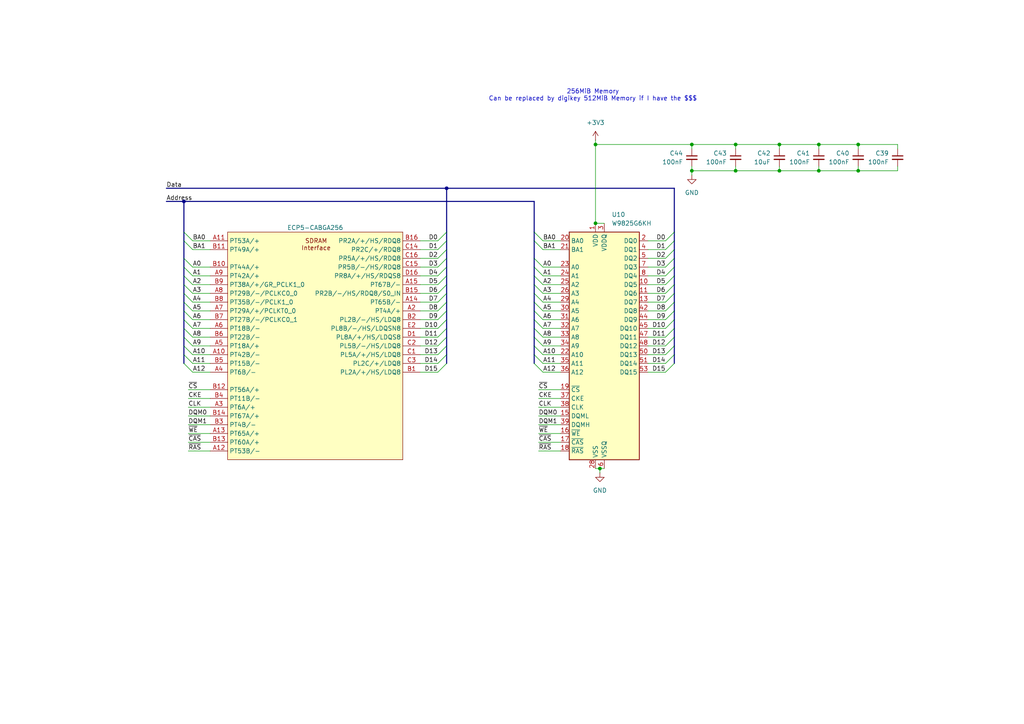
<source format=kicad_sch>
(kicad_sch (version 20250114) (generator "eeschema") (generator_version "9.0")
  (paper "A4")
  (title_block (title "Icepi zero") (date "2025-07-02") (rev "v1.2") (company "Chengyin Yao (cheyao)") (comment 1 "https://github.com/cheyao/icepi-zero") (comment 9 "OSHWA FR000026"))
  (lib_symbols
    (symbol "Device:C_Small" (pin_numbers (hide yes)) (pin_names (offset 0.254) (hide yes))
      (property "Reference" "C" (at 0.254 1.778 0))
      (property "Value" "C_Small" (at 0.254 -2.032 0))
      (symbol "C_Small_0_1"
        (polyline (pts (xy -1.524 0.508) (xy 1.524 0.508)) (stroke (width 0.3048)))
        (polyline (pts (xy -1.524 -0.508) (xy 1.524 -0.508)) (stroke (width 0.3302)))
      )
      (symbol "C_Small_1_1"
        (pin passive line (at 0 2.54 270) (length 2.032) (name "~") (number "1"))
        (pin passive line (at 0 -2.54 90) (length 2.032) (name "~") (number "2"))
      )
    )
    (symbol "Memory_RAM:MT48LC16M16A2P"
      (property "Reference" "U" (at -8.89 34.29 0))
      (property "Value" "MT48LC16M16A2P" (at 8.89 34.29 0))
      (symbol "MT48LC16M16A2P_0_1"
        (rectangle (start -10.16 33.02) (end 10.16 -33.02) (stroke (width 0.254)) (fill (type background)))
      )
      (symbol "MT48LC16M16A2P_1_1"
        (pin input line (at -12.7 30.48 0) (length 2.54) (name "BA0") (number "20"))
        (pin input line (at -12.7 27.94 0) (length 2.54) (name "BA1") (number "21"))
        (pin input line (at -12.7 22.86 0) (length 2.54) (name "A0") (number "23"))
        (pin input line (at -12.7 20.32 0) (length 2.54) (name "A1") (number "24"))
        (pin input line (at -12.7 17.78 0) (length 2.54) (name "A2") (number "25"))
        (pin input line (at -12.7 15.24 0) (length 2.54) (name "A3") (number "26"))
        (pin input line (at -12.7 12.7 0) (length 2.54) (name "A4") (number "29"))
        (pin input line (at -12.7 10.16 0) (length 2.54) (name "A5") (number "30"))
        (pin input line (at -12.7 7.62 0) (length 2.54) (name "A6") (number "31"))
        (pin input line (at -12.7 5.08 0) (length 2.54) (name "A7") (number "32"))
        (pin input line (at -12.7 2.54 0) (length 2.54) (name "A8") (number "33"))
        (pin input line (at -12.7 0 0) (length 2.54) (name "A9") (number "34"))
        (pin input line (at -12.7 -2.54 0) (length 2.54) (name "A10") (number "22"))
        (pin input line (at -12.7 -5.08 0) (length 2.54) (name "A11") (number "35"))
        (pin input line (at -12.7 -7.62 0) (length 2.54) (name "A12") (number "36"))
        (pin input line (at -12.7 -12.7 0) (length 2.54) (name "~{CS}") (number "19"))
        (pin input line (at -12.7 -15.24 0) (length 2.54) (name "CKE") (number "37"))
        (pin input line (at -12.7 -17.78 0) (length 2.54) (name "CLK") (number "38"))
        (pin input line (at -12.7 -20.32 0) (length 2.54) (name "DQML") (number "15"))
        (pin input line (at -12.7 -22.86 0) (length 2.54) (name "DQMH") (number "39"))
        (pin input line (at -12.7 -25.4 0) (length 2.54) (name "~{WE}") (number "16"))
        (pin input line (at -12.7 -27.94 0) (length 2.54) (name "~{CAS}") (number "17"))
        (pin input line (at -12.7 -30.48 0) (length 2.54) (name "~{RAS}") (number "18"))
        (pin power_in line (at -2.54 35.56 270) (length 2.54) (name "VDD") (number "1"))
        (pin passive line (at -2.54 35.56 270) (length 2.54) (hide yes) (name "VDD") (number "14"))
        (pin passive line (at -2.54 35.56 270) (length 2.54) (hide yes) (name "VDD") (number "27"))
        (pin power_in line (at -2.54 -35.56 90) (length 2.54) (name "VSS") (number "28"))
        (pin passive line (at -2.54 -35.56 90) (length 2.54) (hide yes) (name "VSS") (number "41"))
        (pin passive line (at -2.54 -35.56 90) (length 2.54) (hide yes) (name "VSS") (number "54"))
        (pin power_in line (at 0 35.56 270) (length 2.54) (name "VDDQ") (number "3"))
        (pin passive line (at 0 35.56 270) (length 2.54) (hide yes) (name "VDDQ") (number "43"))
        (pin passive line (at 0 35.56 270) (length 2.54) (hide yes) (name "VDDQ") (number "49"))
        (pin passive line (at 0 35.56 270) (length 2.54) (hide yes) (name "VDDQ") (number "9"))
        (pin passive line (at 0 -35.56 90) (length 2.54) (hide yes) (name "VSSQ") (number "12"))
        (pin passive line (at 0 -35.56 90) (length 2.54) (hide yes) (name "VSSQ") (number "46"))
        (pin passive line (at 0 -35.56 90) (length 2.54) (hide yes) (name "VSSQ") (number "52"))
        (pin power_in line (at 0 -35.56 90) (length 2.54) (name "VSSQ") (number "6"))
        (pin no_connect line (at 10.16 -20.32 180) (length 2.54) (hide yes) (name "NC") (number "40"))
        (pin bidirectional line (at 12.7 30.48 180) (length 2.54) (name "DQ0") (number "2"))
        (pin bidirectional line (at 12.7 27.94 180) (length 2.54) (name "DQ1") (number "4"))
        (pin bidirectional line (at 12.7 25.4 180) (length 2.54) (name "DQ2") (number "5"))
        (pin bidirectional line (at 12.7 22.86 180) (length 2.54) (name "DQ3") (number "7"))
        (pin bidirectional line (at 12.7 20.32 180) (length 2.54) (name "DQ4") (number "8"))
        (pin bidirectional line (at 12.7 17.78 180) (length 2.54) (name "DQ5") (number "10"))
        (pin bidirectional line (at 12.7 15.24 180) (length 2.54) (name "DQ6") (number "11"))
        (pin bidirectional line (at 12.7 12.7 180) (length 2.54) (name "DQ7") (number "13"))
        (pin bidirectional line (at 12.7 10.16 180) (length 2.54) (name "DQ8") (number "42"))
        (pin bidirectional line (at 12.7 7.62 180) (length 2.54) (name "DQ9") (number "44"))
        (pin bidirectional line (at 12.7 5.08 180) (length 2.54) (name "DQ10") (number "45"))
        (pin bidirectional line (at 12.7 2.54 180) (length 2.54) (name "DQ11") (number "47"))
        (pin bidirectional line (at 12.7 0 180) (length 2.54) (name "DQ12") (number "48"))
        (pin bidirectional line (at 12.7 -2.54 180) (length 2.54) (name "DQ13") (number "50"))
        (pin bidirectional line (at 12.7 -5.08 180) (length 2.54) (name "DQ14") (number "51"))
        (pin bidirectional line (at 12.7 -7.62 180) (length 2.54) (name "DQ15") (number "53"))
      )
    )
    (symbol "icepi-lib:LFE5U-25F-6BG256x"
      (property "Reference" "U" (at 48.768 1.016 0))
      (property "Value" "ECP5U-25F-CABGA256" (at 59.436 -1.27 0))
      (symbol "LFE5U-25F-6BG256x_1_1"
        (rectangle (start -47.625 10.16) (end 47.625 -10.16) (fill (type background)))
        (text "Power Block" (at -0.254 0 0) (effects (font (size 1.27 1.27))))
        (pin power_in line (at -45.72 15.24 270) (length 5.08) (name "VCC") (number "G6"))
        (pin power_in line (at -43.18 15.24 270) (length 5.08) (name "VCC") (number "G7"))
        (pin power_in line (at -40.64 15.24 270) (length 5.08) (name "VCC") (number "L8"))
        (pin power_in line (at -38.1 15.24 270) (length 5.08) (name "VCC") (number "L9"))
        (pin power_in line (at -35.56 15.24 270) (length 5.08) (name "VCC") (number "G9"))
        (pin power_in line (at -35.56 -15.24 90) (length 5.08) (name "GND") (number "A16"))
        (pin power_in line (at -33.02 15.24 270) (length 5.08) (name "VCC") (number "L10"))
        (pin power_in line (at -33.02 -15.24 90) (length 5.08) (name "GND") (number "H16"))
        (pin power_in line (at -30.48 -15.24 90) (length 5.08) (name "GND") (number "T16"))
        (pin power_in line (at -27.94 -15.24 90) (length 5.08) (name "GND") (number "D15"))
        (pin power_in line (at -25.4 15.24 270) (length 5.08) (name "VCCAUX") (number "L7"))
        (pin power_in line (at -25.4 -15.24 90) (length 5.08) (name "GND") (number "N15"))
        (pin power_in line (at -22.86 15.24 270) (length 5.08) (name "VCCAUX") (number "G11"))
        (pin power_in line (at -22.86 -15.24 90) (length 5.08) (name "GND") (number "T12"))
        (pin power_in line (at -20.32 -15.24 90) (length 5.08) (name "GND") (number "G10"))
        (pin power_in line (at -17.78 -15.24 90) (length 5.08) (name "GND") (number "H10"))
        (pin power_in line (at -15.24 15.24 270) (length 5.08) (name "VCCIO0") (number "F6"))
        (pin power_in line (at -15.24 -15.24 90) (length 5.08) (name "GND") (number "J10"))
        (pin power_in line (at -12.7 15.24 270) (length 5.08) (name "VCCIO0") (number "F7"))
        (pin power_in line (at -12.7 -15.24 90) (length 5.08) (name "GND") (number "K10"))
        (pin power_in line (at -10.16 -15.24 90) (length 5.08) (name "GND") (number "F9"))
        (pin power_in line (at -7.62 -15.24 90) (length 5.08) (name "GND") (number "H9"))
        (pin power_in line (at -5.08 15.24 270) (length 5.08) (name "VCCIO1") (number "F10"))
        (pin power_in line (at -5.08 -15.24 90) (length 5.08) (name "GND") (number "J9"))
        (pin power_in line (at -2.54 15.24 270) (length 5.08) (name "VCCIO1") (number "F11"))
        (pin power_in line (at -2.54 -15.24 90) (length 5.08) (name "GND") (number "K9"))
        (pin power_in line (at 0 -15.24 90) (length 5.08) (name "GND") (number "F8"))
        (pin power_in line (at 2.54 -15.24 90) (length 5.08) (name "GND") (number "G8"))
        (pin power_in line (at 5.08 15.24 270) (length 5.08) (name "VCCIO2") (number "J11"))
        (pin power_in line (at 5.08 -15.24 90) (length 5.08) (name "GND") (number "H8"))
        (pin power_in line (at 7.62 15.24 270) (length 5.08) (name "VCCIO2") (number "H11"))
        (pin power_in line (at 7.62 -15.24 90) (length 5.08) (name "GND") (number "J8"))
        (pin power_in line (at 10.16 -15.24 90) (length 5.08) (name "GND") (number "K8"))
        (pin power_in line (at 12.7 -15.24 90) (length 5.08) (name "GND") (number "K7"))
        (pin power_in line (at 15.24 15.24 270) (length 5.08) (name "VCCIO3") (number "L11"))
        (pin power_in line (at 15.24 -15.24 90) (length 5.08) (name "GND") (number "K6"))
        (pin power_in line (at 17.78 15.24 270) (length 5.08) (name "VCCIO3") (number "K11"))
        (pin power_in line (at 17.78 -15.24 90) (length 5.08) (name "GND") (number "T5"))
        (pin power_in line (at 20.32 -15.24 90) (length 5.08) (name "GND") (number "D2"))
        (pin power_in line (at 22.86 -15.24 90) (length 5.08) (name "GND") (number "N2"))
        (pin power_in line (at 25.4 15.24 270) (length 5.08) (name "VCCIO6") (number "J6"))
        (pin power_in line (at 25.4 -15.24 90) (length 5.08) (name "GND") (number "A1"))
        (pin power_in line (at 27.94 15.24 270) (length 5.08) (name "VCCIO6") (number "J7"))
        (pin power_in line (at 27.94 -15.24 90) (length 5.08) (name "GND") (number "H1"))
        (pin power_in line (at 30.48 -15.24 90) (length 5.08) (name "GND") (number "T1"))
        (pin power_in line (at 35.56 15.24 270) (length 5.08) (name "VCCIO7") (number "H6"))
        (pin power_in line (at 38.1 15.24 270) (length 5.08) (name "VCCIO7") (number "H7"))
        (pin power_in line (at 45.72 15.24 270) (length 5.08) (name "VCCIO8") (number "L6"))
      )
      (symbol "LFE5U-25F-6BG256x_2_1"
        (rectangle (start -7.62 5.715) (end 7.62 -5.715) (fill (type background)))
        (text "JTAG\nInterface" (at 2.032 0 0) (effects (font (size 1.27 1.27))))
        (pin output line (at -12.7 3.81 0) (length 5.08) (name "TDO") (number "M10"))
        (pin input line (at -12.7 1.27 0) (length 5.08) (name "TDI") (number "R11"))
        (pin input line (at -12.7 -1.27 0) (length 5.08) (name "TCK") (number "T10"))
        (pin input line (at -12.7 -3.81 0) (length 5.08) (name "TMS") (number "T11"))
      )
      (symbol "LFE5U-25F-6BG256x_3_1"
        (rectangle (start -25.4 8.255) (end 25.4 -8.255) (fill (type background)))
        (text "SysIO Config block" (at 8.89 -0.254 0) (effects (font (size 1.27 1.27))))
        (pin bidirectional line (at -30.48 6.35 0) (length 5.08) (name "PB15A/+/HOLDN/DI/BUSY/CSSPIN/CEN") (number "N8"))
        (pin bidirectional line (at -30.48 3.81 0) (length 5.08) (name "CCLK/MCLK/SCK") (number "N9"))
        (pin bidirectional line (at -30.48 1.27 0) (length 5.08) (name "PB11B/-/D0/MOSI/IO0") (number "T8"))
        (pin bidirectional line (at -30.48 -1.27 0) (length 5.08) (name "PB11A/+/D1/MISO/IO1") (number "T7"))
        (pin bidirectional line (at -30.48 -3.81 0) (length 5.08) (name "PL9B/-/D2/IO2") (number "M7"))
        (pin bidirectional line (at -30.48 -6.35 0) (length 5.08) (name "PL9A/+/D3/IO3") (number "N7"))
        (pin input line (at 30.48 6.35 180) (length 5.08) (name "CFG_0") (number "N10"))
        (pin input line (at 30.48 3.81 180) (length 5.08) (name "CFG_1") (number "P10"))
        (pin input line (at 30.48 1.27 180) (length 5.08) (name "CPG_2") (number "R10"))
        (pin output line (at 30.48 -1.27 180) (length 5.08) (name "DONE") (number "P9"))
        (pin bidirectional line (at 30.48 -3.81 180) (length 5.08) (name "INITN") (number "T9"))
        (pin bidirectional line (at 30.48 -6.35 180) (length 5.08) (name "PROGRAMN") (number "R9"))
      )
      (symbol "LFE5U-25F-6BG256x_4_1"
        (rectangle (start -20.32 17.145) (end 20.32 -17.145) (fill (type background)))
        (text "GPDI\nInterface" (at 11.176 0 0) (effects (font (size 1.27 1.27))))
        (pin bidirectional line (at -25.4 15.24 0) (length 5.08) (name "PR35A/+/HS/RDQ32") (number "P16"))
        (pin bidirectional line (at -25.4 12.7 0) (length 5.08) (name "PR35B/-/HS/RDQ32/VREF1_3") (number "R16"))
        (pin bidirectional line (at -25.4 10.16 0) (length 5.08) (name "PR38C/+/RDQ44") (number "R15"))
        (pin bidirectional line (at -25.4 7.62 0) (length 5.08) (name "PR38D/-/RDQ44") (number "T15"))
        (pin bidirectional line (at -25.4 5.08 0) (length 5.08) (name "PR41C/+/RDQ44") (number "R13"))
        (pin bidirectional line (at -25.4 2.54 0) (length 5.08) (name "PR41D/-/RSQ44") (number "T14"))
        (pin bidirectional line (at -25.4 0 0) (length 5.08) (name "PR44A/+/HS/RDQS44") (number "R12"))
        (pin bidirectional line (at -25.4 -2.54 0) (length 5.08) (name "PR44B/-/HS/RDQSN44") (number "T13"))
        (pin bidirectional line (at -25.4 -5.08 0) (length 5.08) (name "PL44A/+/HS/LDQS44") (number "R5"))
        (pin bidirectional line (at -25.4 -7.62 0) (length 5.08) (name "PL41D/-/LDQ44") (number "T3"))
        (pin bidirectional line (at -25.4 -10.16 0) (length 5.08) (name "PL44B/-/HS/LDQSN44") (number "T4"))
        (pin bidirectional line (at -25.4 -12.7 0) (length 5.08) (name "PL47D/-/LDQ44/LLC_GPLL0C_IN") (number "P5"))
        (pin bidirectional line (at -25.4 -15.24 0) (length 5.08) (name "PR32C/+/RDQ32") (number "L14"))
      )
      (symbol "LFE5U-25F-6BG256x_5_1"
        (rectangle (start -20.32 18.415) (end 19.685 -18.415) (fill (type background)))
        (text "USB/UART\nInterface" (at 10.16 0 0) (effects (font (size 1.27 1.27))))
        (pin bidirectional line (at -25.4 16.51 0) (length 5.08) (name "PR23C/-/RDQ20/PCLKT2_0") (number "K16"))
        (pin bidirectional line (at -25.4 13.97 0) (length 5.08) (name "PR23D/-/RDQ20/PCLKC2_0") (number "K15"))
        (pin bidirectional line (at -25.4 11.43 0) (length 5.08) (name "PR26A/+/HS/RDQ32/PCLKT3_1") (number "L16"))
        (pin bidirectional line (at -25.4 8.89 0) (length 5.08) (name "PR26B/-/HS/RDQ32/PCLKC3_1") (number "L15"))
        (pin bidirectional line (at -25.4 3.81 0) (length 5.08) (name "PR11C/+/RDQ8") (number "F15"))
        (pin bidirectional line (at -25.4 1.27 0) (length 5.08) (name "PR11D/-/RDQ8") (number "E16"))
        (pin bidirectional line (at -25.4 -1.27 0) (length 5.08) (name "PR14B/-/HS/RDQ20") (number "G15"))
        (pin bidirectional line (at -25.4 -3.81 0) (length 5.08) (name "PR14D/-/RDQ20") (number "H14"))
        (pin bidirectional line (at -25.4 -8.89 0) (length 5.08) (name "PR23A/+/HS/RDQ20/PCLKT2_1") (number "J16"))
        (pin bidirectional line (at -25.4 -11.43 0) (length 5.08) (name "PR23B/-/HS/RDQ20/PCLKC2_1") (number "J15"))
        (pin bidirectional line (at -25.4 -13.97 0) (length 5.08) (name "PR5C/+/RDQ8") (number "E14"))
        (pin bidirectional line (at -25.4 -16.51 0) (length 5.08) (name "PT51B/-") (number "E11"))
      )
      (symbol "LFE5U-25F-6BG256x_6_1"
        (rectangle (start -25.4 33.02) (end 25.4 -33.02) (fill (type background)))
        (text "SDRAM\nInterface" (at 0.254 29.464 0) (effects (font (size 1.27 1.27))))
        (pin bidirectional line (at -30.48 30.48 0) (length 5.08) (name "PT53A/+") (number "A11"))
        (pin bidirectional line (at -30.48 27.94 0) (length 5.08) (name "PT49A/+") (number "B11"))
        (pin bidirectional line (at -30.48 22.86 0) (length 5.08) (name "PT44A/+") (number "B10"))
        (pin bidirectional line (at -30.48 20.32 0) (length 5.08) (name "PT42A/+") (number "A9"))
        (pin bidirectional line (at -30.48 17.78 0) (length 5.08) (name "PT38A/+/GR_PCLK1_0") (number "B9"))
        (pin bidirectional line (at -30.48 15.24 0) (length 5.08) (name "PT29B/-/PCLKC0_0") (number "A8"))
        (pin bidirectional line (at -30.48 12.7 0) (length 5.08) (name "PT35B/-/PCLK1_0") (number "B8"))
        (pin bidirectional line (at -30.48 10.16 0) (length 5.08) (name "PT29A/+/PCLKT0_0") (number "A7"))
        (pin bidirectional line (at -30.48 7.62 0) (length 5.08) (name "PT27B/-/PCLKC0_1") (number "B7"))
        (pin bidirectional line (at -30.48 5.08 0) (length 5.08) (name "PT18B/-") (number "A6"))
        (pin bidirectional line (at -30.48 2.54 0) (length 5.08) (name "PT22B/-") (number "B6"))
        (pin bidirectional line (at -30.48 0 0) (length 5.08) (name "PT18A/+") (number "A5"))
        (pin bidirectional line (at -30.48 -2.54 0) (length 5.08) (name "PT42B/-") (number "A10"))
        (pin bidirectional line (at -30.48 -5.08 0) (length 5.08) (name "PT15B/-") (number "B5"))
        (pin bidirectional line (at -30.48 -7.62 0) (length 5.08) (name "PT6B/-") (number "A4"))
        (pin bidirectional line (at -30.48 -12.7 0) (length 5.08) (name "PT56A/+") (number "B12"))
        (pin bidirectional line (at -30.48 -15.24 0) (length 5.08) (name "PT11B/-") (number "B4"))
        (pin bidirectional line (at -30.48 -17.78 0) (length 5.08) (name "PT6A/+") (number "A3"))
        (pin bidirectional line (at -30.48 -20.32 0) (length 5.08) (name "PT67A/+") (number "B14"))
        (pin bidirectional line (at -30.48 -22.86 0) (length 5.08) (name "PT4B/-") (number "B3"))
        (pin bidirectional line (at -30.48 -25.4 0) (length 5.08) (name "PT65A/+") (number "A13"))
        (pin bidirectional line (at -30.48 -27.94 0) (length 5.08) (name "PT60A/+") (number "B13"))
        (pin bidirectional line (at -30.48 -30.48 0) (length 5.08) (name "PT53B/-") (number "A12"))
        (pin bidirectional line (at 30.48 30.48 180) (length 5.08) (name "PR2A/+/HS/RDQ8") (number "B16"))
        (pin bidirectional line (at 30.48 27.94 180) (length 5.08) (name "PR2C/+/RDQ8") (number "C14"))
        (pin bidirectional line (at 30.48 25.4 180) (length 5.08) (name "PR5A/+/HS/RDQ8") (number "C16"))
        (pin bidirectional line (at 30.48 22.86 180) (length 5.08) (name "PR5B/-/HS/RDQ8") (number "C15"))
        (pin bidirectional line (at 30.48 20.32 180) (length 5.08) (name "PR8A/+/HS/RDQS8") (number "D16"))
        (pin bidirectional line (at 30.48 17.78 180) (length 5.08) (name "PT67B/-") (number "A15"))
        (pin bidirectional line (at 30.48 15.24 180) (length 5.08) (name "PR2B/-/HS/RDQ8/S0_IN") (number "B15"))
        (pin bidirectional line (at 30.48 12.7 180) (length 5.08) (name "PT65B/-") (number "A14"))
        (pin bidirectional line (at 30.48 10.16 180) (length 5.08) (name "PT4A/+") (number "A2"))
        (pin bidirectional line (at 30.48 7.62 180) (length 5.08) (name "PL2B/-/HS/LDQ8") (number "B2"))
        (pin bidirectional line (at 30.48 5.08 180) (length 5.08) (name "PL8B/-/HS/LDQSN8") (number "E2"))
        (pin bidirectional line (at 30.48 2.54 180) (length 5.08) (name "PL8A/+/HS/LDQS8") (number "D1"))
        (pin bidirectional line (at 30.48 0 180) (length 5.08) (name "PL5B/-/HS/LDQ8") (number "C2"))
        (pin bidirectional line (at 30.48 -2.54 180) (length 5.08) (name "PL5A/+/HS/LDQ8") (number "C1"))
        (pin bidirectional line (at 30.48 -5.08 180) (length 5.08) (name "PL2C/+/LDQ8") (number "C3"))
        (pin bidirectional line (at 30.48 -7.62 180) (length 5.08) (name "PL2A/+/HS/LDQ8") (number "B1"))
      )
      (symbol "LFE5U-25F-6BG256x_7_1"
        (rectangle (start -19.05 10.16) (end 19.05 -10.16) (fill (type background)))
        (text "uSD\nInterface" (at 13.462 0 0) (effects (font (size 1.27 1.27))))
        (pin bidirectional line (at -24.13 7.62 0) (length 5.08) (name "PR38B/-/HS/RDQ44") (number "P14"))
        (pin bidirectional line (at -24.13 5.08 0) (length 5.08) (name "PR41B/-/HS/RDQ44") (number "R14"))
        (pin bidirectional line (at -24.13 2.54 0) (length 5.08) (name "PR26D/-/RDQ32/PCLKC3_0") (number "M15"))
        (pin bidirectional line (at -24.13 0 0) (length 5.08) (name "PR32D/-/RDQ32") (number "M14"))
        (pin bidirectional line (at -24.13 -2.54 0) (length 5.08) (name "PR32A/+/HS/RDQS32") (number "N16"))
        (pin bidirectional line (at -24.13 -5.08 0) (length 5.08) (name "PR32B/-/HS/RDQSN32") (number "P15"))
        (pin bidirectional line (at -24.13 -7.62 0) (length 5.08) (name "PR26C/+/RDQ32/PCLKT3_0") (number "M16"))
      )
      (symbol "LFE5U-25F-6BG256x_8_1"
        (rectangle (start -34.29 23.495) (end 34.29 -26.035) (fill (type background)))
        (text "GPIO\nInterface" (at -0.508 20.828 0) (effects (font (size 1.27 1.27))))
        (pin bidirectional line (at -39.37 21.59 0) (length 5.08) (name "PL38D/-/LDQ44") (number "T2"))
        (pin bidirectional line (at -39.37 19.05 0) (length 5.08) (name "PL38C/+/LDQ44") (number "R2"))
        (pin bidirectional line (at -39.37 16.51 0) (length 5.08) (name "PL35B/-/HS/LDQ32/VREF1_6") (number "R1"))
        (pin bidirectional line (at -39.37 11.43 0) (length 5.08) (name "PL41B/-/HS/LDQ44") (number "R3"))
        (pin bidirectional line (at -39.37 8.89 0) (length 5.08) (name "PL38B/-/HS/LDQ44") (number "P3"))
        (pin bidirectional line (at -39.37 6.35 0) (length 5.08) (name "PL32B/-/HS/LDQSN32") (number "P2"))
        (pin bidirectional line (at -39.37 1.27 0) (length 5.08) (name "PL26B/-/HS/LDQ32/PCLKC6_1") (number "L2"))
        (pin bidirectional line (at -39.37 -1.27 0) (length 5.08) (name "PL23A/+/HS/LDQ20/PCLKT7") (number "J1"))
        (pin bidirectional line (at -39.37 -3.81 0) (length 5.08) (name "PL14B/-/HS/LDQ20") (number "G2"))
        (pin bidirectional line (at -39.37 -8.89 0) (length 5.08) (name "PL14C/+/LDQ20/VREF1_7") (number "G3"))
        (pin bidirectional line (at -39.37 -11.43 0) (length 5.08) (name "PL11D/-/LDQ8") (number "E1"))
        (pin bidirectional line (at -39.37 -13.97 0) (length 5.08) (name "PL5D/-/LDQ8") (number "F3"))
        (pin bidirectional line (at -39.37 -16.51 0) (length 5.08) (name "PL5C/+/LDQ8") (number "E3"))
        (pin bidirectional line (at -39.37 -19.05 0) (length 5.08) (name "PT9A/+") (number "E4"))
        (pin bidirectional line (at -39.37 -21.59 0) (length 5.08) (name "PT9B/-") (number "D4"))
        (pin bidirectional line (at 39.37 16.51 180) (length 5.08) (name "PL35A/+/HS/LDQ32") (number "P1"))
        (pin bidirectional line (at 39.37 13.97 180) (length 5.08) (name "PL32A/+/HS/LDQS32") (number "N1"))
        (pin bidirectional line (at 39.37 11.43 180) (length 5.08) (name "PL38A/+/HS/LDQ44") (number "N4"))
        (pin bidirectional line (at 39.37 6.35 180) (length 5.08) (name "PL26C/+/LDQ32/PCLKT6_0") (number "M1"))
        (pin bidirectional line (at 39.37 3.81 180) (length 5.08) (name "PL26A/+/HS/LDQ32/PCLKT6_1") (number "L1"))
        (pin bidirectional line (at 39.37 -1.27 180) (length 5.08) (name "PL23B/-/HS/LDQ20/PCLKC7_1") (number "J2"))
        (pin bidirectional line (at 39.37 -3.81 180) (length 5.08) (name "PL20C/+/LDQS20/GR_PCLK7_0") (number "H2"))
        (pin bidirectional line (at 39.37 -6.35 180) (length 5.08) (name "PL20A/+/HS/LDQS20/GR_PCLK7_1") (number "G1"))
        (pin bidirectional line (at 39.37 -8.89 180) (length 5.08) (name "PL20D/-/LDQS20") (number "K3"))
        (pin bidirectional line (at 39.37 -13.97 180) (length 5.08) (name "PL20B/-/HS/LDQSN20") (number "J3"))
        (pin bidirectional line (at 39.37 -19.05 180) (length 5.08) (name "PL14D/-/lDQ20") (number "H3"))
        (pin bidirectional line (at 39.37 -21.59 180) (length 5.08) (name "PL14A/+/HS/LDQ20") (number "F1"))
        (pin bidirectional line (at 39.37 -24.13 180) (length 5.08) (name "PL11C/+/LDQ8") (number "F2"))
      )
      (symbol "LFE5U-25F-6BG256x_9_1"
        (rectangle (start -15.24 17.145) (end 15.24 -17.145) (fill (type background)))
        (text "MISC\nInterface" (at 6.604 2.54 0) (effects (font (size 1.27 1.27))))
        (pin bidirectional line (at -20.32 15.24 0) (length 5.08) (name "PT11A/+") (number "C4"))
        (pin bidirectional line (at -20.32 12.7 0) (length 5.08) (name "PT15A/+") (number "C5"))
        (pin bidirectional line (at -20.32 7.62 0) (length 5.08) (name "PT62B/-") (number "E13"))
        (pin bidirectional line (at -20.32 5.08 0) (length 5.08) (name "PR2D/-/RDQ8") (number "D14"))
        (pin bidirectional line (at -20.32 2.54 0) (length 5.08) (name "PT58B/-") (number "E12"))
        (pin bidirectional line (at -20.32 0 0) (length 5.08) (name "PT60B/-") (number "C13"))
        (pin bidirectional line (at -20.32 -2.54 0) (length 5.08) (name "PT62A/+") (number "D13"))
        (pin bidirectional line (at -20.32 -7.62 0) (length 5.08) (name "PT27A/+/PCLKT0_1") (number "C7"))
        (pin bidirectional line (at -20.32 -10.16 0) (length 5.08) (name "PT35A/+/PCLKT1_0") (number "C8"))
        (pin bidirectional line (at -20.32 -15.24 0) (length 5.08) (name "PL26D/-/LDQ32/PCLK6_0") (number "M2"))
      )
      (symbol "LFE5U-25F-6BG256x_10_1"
        (rectangle (start -53.34 38.1) (end 52.705 -40.005) (fill (type background)))
        (text "Unused I/O" (at -1.524 0.254 0) (effects (font (size 1.27 1.27))))
        (pin bidirectional line (at -58.42 30.48 0) (length 5.08) (name "PL2D/-/LDQ8") (number "D3"))
        (pin bidirectional line (at -58.42 27.94 0) (length 5.08) (name "PL8C/+/LDQ8") (number "F4"))
        (pin bidirectional line (at -58.42 25.4 0) (length 5.08) (name "PL8D/-/LDQ8") (number "F5"))
        (pin bidirectional line (at -58.42 22.86 0) (length 5.08) (name "PL11A/+/HS/LDQ8") (number "G5"))
        (pin bidirectional line (at -58.42 20.32 0) (length 5.08) (name "PL11B/-/HS/LDQ8") (number "G4"))
        (pin bidirectional line (at -58.42 17.78 0) (length 5.08) (name "PL17A/+/HS/LDQ20") (number "H5"))
        (pin bidirectional line (at -58.42 15.24 0) (length 5.08) (name "PL17B/-/HS/LDQ20") (number "H4"))
        (pin bidirectional line (at -58.42 12.7 0) (length 5.08) (name "PL17C/+/LDQ20") (number "J4"))
        (pin bidirectional line (at -58.42 10.16 0) (length 5.08) (name "PL17D/-/LDQ20") (number "J5"))
        (pin bidirectional line (at -58.42 7.62 0) (length 5.08) (name "PL23C/+/LDQ20/PCLKT7_0") (number "K1"))
        (pin bidirectional line (at -58.42 5.08 0) (length 5.08) (name "PL23D/-/LDQ20/PCLKC7_0") (number "K2"))
        (pin bidirectional line (at -58.42 2.54 0) (length 5.08) (name "PL29A/+/HS/LDQ32/GR_PCLK6_0") (number "K4"))
        (pin bidirectional line (at -58.42 0 0) (length 5.08) (name "PL29B/-/HS/LDQ32") (number "K5"))
        (pin bidirectional line (at -58.42 -2.54 0) (length 5.08) (name "PL29C/+/LDQ32/GR_PCLK6_1") (number "L4"))
        (pin bidirectional line (at -58.42 -5.08 0) (length 5.08) (name "PL29D/-/LDQ32") (number "L5"))
        (pin bidirectional line (at -58.42 -7.62 0) (length 5.08) (name "PL32C/+/LDQ32") (number "L3"))
        (pin bidirectional line (at -58.42 -10.16 0) (length 5.08) (name "PL32D/-/LDQ32") (number "M3"))
        (pin bidirectional line (at -58.42 -12.7 0) (length 5.08) (name "PL35C/+/LDQ32") (number "M4"))
        (pin bidirectional line (at -58.42 -15.24 0) (length 5.08) (name "PL35D/-/LDQ32") (number "N3"))
        (pin bidirectional line (at -58.42 -17.78 0) (length 5.08) (name "PL41A/+/HS/LDQ44") (number "P4"))
        (pin bidirectional line (at -58.42 -20.32 0) (length 5.08) (name "PL41C/+/LD44") (number "R4"))
        (pin bidirectional line (at -58.42 -22.86 0) (length 5.08) (name "PL44C/+/LDQ44") (number "M5"))
        (pin bidirectional line (at -58.42 -25.4 0) (length 5.08) (name "PL44D/-/LDQ44") (number "N5"))
        (pin bidirectional line (at -58.42 -27.94 0) (length 5.08) (name "PL47A/+/HS/LDQ44") (number "M6"))
        (pin bidirectional line (at -58.42 -30.48 0) (length 5.08) (name "PL47B/-/HS/LDQ44") (number "N6"))
        (pin bidirectional line (at -58.42 -33.02 0) (length 5.08) (name "PL47C/+/LDQ44/LLC+GPLL0T_IN") (number "P6"))
        (pin bidirectional line (at -27.94 43.18 270) (length 5.08) (name "PT13B/-") (number "D5"))
        (pin bidirectional line (at -25.4 43.18 270) (length 5.08) (name "PT13A/+") (number "E5"))
        (pin bidirectional line (at -22.86 43.18 270) (length 5.08) (name "PT20B/-") (number "D6"))
        (pin bidirectional line (at -20.32 43.18 270) (length 5.08) (name "PT20A/+") (number "E6"))
        (pin bidirectional line (at -17.78 43.18 270) (length 5.08) (name "PT22A/+") (number "C6"))
        (pin bidirectional line (at -15.24 43.18 270) (length 5.08) (name "PT24B/-/GR_PCLK0_0") (number "D7"))
        (pin bidirectional line (at -12.7 43.18 270) (length 5.08) (name "PT24A/+/GR_PCLK0_1") (number "E7"))
        (pin bidirectional line (at -11.43 -45.085 90) (length 5.08) (name "PB18A/WRITEN") (number "M9"))
        (pin bidirectional line (at -10.16 43.18 270) (length 5.08) (name "PT33B/-/PCLKC1_1") (number "D8"))
        (pin bidirectional line (at -8.89 -45.085 90) (length 5.08) (name "PB15B/0/DOUT/CSON") (number "M8"))
        (pin bidirectional line (at -7.62 43.18 270) (length 5.08) (name "PT33A/+/PCLKT1_1") (number "E8"))
        (pin bidirectional line (at -6.35 -45.085 90) (length 5.08) (name "PB13B/-/CS1N") (number "P8"))
        (pin bidirectional line (at -5.08 43.18 270) (length 5.08) (name "PT38B/-/GR_PCLK1_1") (number "C9"))
        (pin bidirectional line (at -3.81 -45.085 90) (length 5.08) (name "PB13A/+/SN/CSN") (number "R8"))
        (pin bidirectional line (at -2.54 43.18 270) (length 5.08) (name "PT40B/-") (number "E9"))
        (pin bidirectional line (at -1.27 -45.085 90) (length 5.08) (name "PB6B/-/D4/MOSI2/IO4") (number "P7"))
        (pin bidirectional line (at 0 43.18 270) (length 5.08) (name "PT40A/+") (number "D9"))
        (pin bidirectional line (at 1.27 -45.085 90) (length 5.08) (name "PB6A/+/D5/MISO2/IO5") (number "R7"))
        (pin bidirectional line (at 2.54 43.18 270) (length 5.08) (name "PT44B/-") (number "C10"))
        (pin bidirectional line (at 3.81 -45.085 90) (length 5.08) (name "PB4B/0/D6/IO6") (number "R6"))
        (pin bidirectional line (at 5.08 43.18 270) (length 5.08) (name "PT47B/-") (number "E10"))
        (pin bidirectional line (at 6.35 -45.085 90) (length 5.08) (name "PB4A/+/D7/IO7") (number "T6"))
        (pin bidirectional line (at 7.62 43.18 270) (length 5.08) (name "PT47A/+") (number "D10"))
        (pin bidirectional line (at 10.16 43.18 270) (length 5.08) (name "PT49B/-") (number "C11"))
        (pin bidirectional line (at 12.7 43.18 270) (length 5.08) (name "PT51A/+") (number "D11"))
        (pin bidirectional line (at 15.24 43.18 270) (length 5.08) (name "PT56B/-") (number "C12"))
        (pin bidirectional line (at 17.78 43.18 270) (length 5.08) (name "PT58A/+") (number "D12"))
        (pin bidirectional line (at 57.785 35.56 180) (length 5.08) (name "PR47A/+/HS/RSQ44") (number "M11"))
        (pin bidirectional line (at 57.785 33.02 180) (length 5.08) (name "PR47B/0/HS/RDQ44") (number "N11"))
        (pin bidirectional line (at 57.785 30.48 180) (length 5.08) (name "PR47C/+/RSQ44/LRC_GPLL0T_IN") (number "P11"))
        (pin bidirectional line (at 57.785 27.94 180) (length 5.08) (name "PR47D/-/RDQ44/LRC_GPLL0C_IN") (number "P12"))
        (pin bidirectional line (at 57.785 25.4 180) (length 5.08) (name "PR44C/+/RDQ44") (number "M12"))
        (pin bidirectional line (at 57.785 22.86 180) (length 5.08) (name "PR44D/-/RSQ44") (number "N12"))
        (pin bidirectional line (at 57.785 20.32 180) (length 5.08) (name "PR41A/+/HS/RDQ44") (number "P13"))
        (pin bidirectional line (at 57.785 17.78 180) (length 5.08) (name "PR38A/+/HS/RDQ44") (number "N13"))
        (pin bidirectional line (at 57.785 15.24 180) (length 5.08) (name "PR35C/+/RDQ32") (number "M13"))
        (pin bidirectional line (at 57.785 12.7 180) (length 5.08) (name "PR35D/-/RDQ32") (number "N14"))
        (pin bidirectional line (at 57.785 10.16 180) (length 5.08) (name "PR29A/+/HS/RDQ32/GR_PCLK3_0") (number "K13"))
        (pin bidirectional line (at 57.785 7.62 180) (length 5.08) (name "PR29B/-/HS/RDQ32") (number "K12"))
        (pin bidirectional line (at 57.785 5.08 180) (length 5.08) (name "PR29C/+/RDQ32/GR_PCLK3_1") (number "L13"))
        (pin bidirectional line (at 57.785 2.54 180) (length 5.08) (name "PR29D/-/RDQ32") (number "L12"))
        (pin bidirectional line (at 57.785 0 180) (length 5.08) (name "PR20A/+/HS/RDQS20/GR_PCLK2_1") (number "G16"))
        (pin bidirectional line (at 57.785 -2.54 180) (length 5.08) (name "PR20B/-/HS/RDQSN20") (number "H15"))
        (pin bidirectional line (at 57.785 -5.08 180) (length 5.08) (name "PR20C/+/RDQ20/GR_PCLK2_0") (number "J14"))
        (pin bidirectional line (at 57.785 -7.62 180) (length 5.08) (name "PR20D/-/RDQ20") (number "K14"))
        (pin bidirectional line (at 57.785 -10.16 180) (length 5.08) (name "PR17A/+/HS/RDQ20") (number "H12"))
        (pin bidirectional line (at 57.785 -12.7 180) (length 5.08) (name "PR17B/-/HS/RDQ20") (number "H13"))
        (pin bidirectional line (at 57.785 -15.24 180) (length 5.08) (name "PR17C/+/RDQ20") (number "J13"))
        (pin bidirectional line (at 57.785 -17.78 180) (length 5.08) (name "PR17D/-/RDQ20") (number "J12"))
        (pin bidirectional line (at 57.785 -20.32 180) (length 5.08) (name "PR14A/+/HS/RDQ20") (number "F16"))
        (pin bidirectional line (at 57.785 -22.86 180) (length 5.08) (name "PR14C/+/RDQ20/VREF1_2") (number "G14"))
        (pin bidirectional line (at 57.785 -25.4 180) (length 5.08) (name "PR11A/+/HS/RDQ8") (number "G12"))
        (pin bidirectional line (at 57.785 -27.94 180) (length 5.08) (name "PR11B/-/HS/RDQ8") (number "G13"))
        (pin bidirectional line (at 57.785 -30.48 180) (length 5.08) (name "PR8B/-/HS/RDQSN8") (number "E15"))
        (pin bidirectional line (at 57.785 -33.02 180) (length 5.08) (name "PR8C/+/RDQ8") (number "F13"))
        (pin bidirectional line (at 57.785 -35.56 180) (length 5.08) (name "PR8D/-/RDQ8") (number "F12"))
        (pin bidirectional line (at 57.785 -38.1 180) (length 5.08) (name "PR5D/-/RDQ8") (number "F14"))
      )
    )
    (symbol "power:+3V3" (power) (pin_numbers (hide yes)) (pin_names (offset 0) (hide yes))
      (property "Value" "+3V3" (at 0 3.556 0))
      (symbol "+3V3_0_1"
        (polyline (pts (xy -0.762 1.27) (xy 0 2.54)))
        (polyline (pts (xy 0 2.54) (xy 0.762 1.27)))
        (polyline (pts (xy 0 0) (xy 0 2.54)))
      )
      (symbol "+3V3_1_1"
        (pin power_in line (at 0 0 90) (length 0) (name "~") (number "1"))
      )
    )
    (symbol "power:GND" (power) (pin_numbers (hide yes)) (pin_names (offset 0) (hide yes))
      (property "Value" "GND" (at 0 -3.81 0))
      (symbol "GND_0_1"
        (polyline (pts (xy 0 0) (xy 0 -1.27) (xy 1.27 -1.27) (xy 0 -2.54) (xy -1.27 -1.27) (xy 0 -1.27)))
      )
      (symbol "GND_1_1"
        (pin power_in line (at 0 0 270) (length 0) (name "~") (number "1"))
      )
    )
  )
  (text "256MiB Memory\nCan be replaced by digikey 512MiB Memory if I have the $$$" (at 171.958 27.686 0) (effects (font (size 1.27 1.27))))
  (junction (at 129.54 54.61))
  (junction (at 226.06 49.53))
  (junction (at 200.66 41.91))
  (junction (at 53.34 58.42))
  (junction (at 213.36 41.91))
  (junction (at 172.72 41.91))
  (junction (at 200.66 49.53))
  (junction (at 237.49 41.91))
  (junction (at 173.99 135.89))
  (junction (at 172.72 64.77))
  (junction (at 248.92 41.91))
  (junction (at 237.49 49.53))
  (junction (at 248.92 49.53))
  (junction (at 226.06 41.91))
  (junction (at 213.36 49.53))
  (bus_entry (at 53.34 69.85) (size 2.54 2.54))
  (bus_entry (at 195.58 97.79) (size -2.54 2.54))
  (bus_entry (at 154.94 77.47) (size 2.54 2.54))
  (bus_entry (at 154.94 90.17) (size 2.54 2.54))
  (bus_entry (at 55.88 85.09) (size -2.54 -2.54))
  (bus_entry (at 154.94 67.31) (size 2.54 2.54))
  (bus_entry (at 154.94 69.85) (size 2.54 2.54))
  (bus_entry (at 195.58 67.31) (size -2.54 2.54))
  (bus_entry (at 129.54 87.63) (size -2.54 2.54))
  (bus_entry (at 55.88 92.71) (size -2.54 -2.54))
  (bus_entry (at 154.94 87.63) (size 2.54 2.54))
  (bus_entry (at 55.88 90.17) (size -2.54 -2.54))
  (bus_entry (at 129.54 67.31) (size -2.54 2.54))
  (bus_entry (at 129.54 69.85) (size -2.54 2.54))
  (bus_entry (at 195.58 72.39) (size -2.54 2.54))
  (bus_entry (at 55.88 80.01) (size -2.54 -2.54))
  (bus_entry (at 129.54 105.41) (size -2.54 2.54))
  (bus_entry (at 195.58 69.85) (size -2.54 2.54))
  (bus_entry (at 53.34 67.31) (size 2.54 2.54))
  (bus_entry (at 154.94 82.55) (size 2.54 2.54))
  (bus_entry (at 154.94 95.25) (size 2.54 2.54))
  (bus_entry (at 195.58 90.17) (size -2.54 2.54))
  (bus_entry (at 55.88 102.87) (size -2.54 -2.54))
  (bus_entry (at 129.54 100.33) (size -2.54 2.54))
  (bus_entry (at 195.58 87.63) (size -2.54 2.54))
  (bus_entry (at 154.94 85.09) (size 2.54 2.54))
  (bus_entry (at 154.94 92.71) (size 2.54 2.54))
  (bus_entry (at 195.58 102.87) (size -2.54 2.54))
  (bus_entry (at 195.58 82.55) (size -2.54 2.54))
  (bus_entry (at 195.58 77.47) (size -2.54 2.54))
  (bus_entry (at 55.88 100.33) (size -2.54 -2.54))
  (bus_entry (at 129.54 90.17) (size -2.54 2.54))
  (bus_entry (at 55.88 105.41) (size -2.54 -2.54))
  (bus_entry (at 129.54 102.87) (size -2.54 2.54))
  (bus_entry (at 195.58 100.33) (size -2.54 2.54))
  (bus_entry (at 154.94 105.41) (size 2.54 2.54))
  (bus_entry (at 129.54 72.39) (size -2.54 2.54))
  (bus_entry (at 55.88 87.63) (size -2.54 -2.54))
  (bus_entry (at 55.88 77.47) (size -2.54 -2.54))
  (bus_entry (at 55.88 95.25) (size -2.54 -2.54))
  (bus_entry (at 195.58 92.71) (size -2.54 2.54))
  (bus_entry (at 129.54 82.55) (size -2.54 2.54))
  (bus_entry (at 195.58 85.09) (size -2.54 2.54))
  (bus_entry (at 195.58 95.25) (size -2.54 2.54))
  (bus_entry (at 154.94 80.01) (size 2.54 2.54))
  (bus_entry (at 195.58 105.41) (size -2.54 2.54))
  (bus_entry (at 129.54 74.93) (size -2.54 2.54))
  (bus_entry (at 154.94 97.79) (size 2.54 2.54))
  (bus_entry (at 129.54 97.79) (size -2.54 2.54))
  (bus_entry (at 129.54 80.01) (size -2.54 2.54))
  (bus_entry (at 129.54 85.09) (size -2.54 2.54))
  (bus_entry (at 129.54 77.47) (size -2.54 2.54))
  (bus_entry (at 195.58 74.93) (size -2.54 2.54))
  (bus_entry (at 129.54 92.71) (size -2.54 2.54))
  (bus_entry (at 154.94 102.87) (size 2.54 2.54))
  (bus_entry (at 195.58 80.01) (size -2.54 2.54))
  (bus_entry (at 154.94 74.93) (size 2.54 2.54))
  (bus_entry (at 55.88 82.55) (size -2.54 -2.54))
  (bus_entry (at 129.54 95.25) (size -2.54 2.54))
  (bus_entry (at 55.88 97.79) (size -2.54 -2.54))
  (bus_entry (at 55.88 107.95) (size -2.54 -2.54))
  (bus_entry (at 154.94 100.33) (size 2.54 2.54))
  (wire (pts (xy 187.96 69.85) (xy 193.04 69.85)))
  (bus (pts (xy 129.54 69.85) (xy 129.54 72.39)))
  (wire (pts (xy 157.48 95.25) (xy 162.56 95.25)))
  (wire (pts (xy 213.36 49.53) (xy 200.66 49.53)))
  (bus (pts (xy 129.54 82.55) (xy 129.54 85.09)))
  (bus (pts (xy 53.34 58.42) (xy 154.94 58.42)))
  (bus (pts (xy 195.58 80.01) (xy 195.58 77.47)))
  (bus (pts (xy 154.94 80.01) (xy 154.94 77.47)))
  (wire (pts (xy 226.06 49.53) (xy 213.36 49.53)))
  (wire (pts (xy 200.66 50.8) (xy 200.66 49.53)))
  (wire (pts (xy 187.96 74.93) (xy 193.04 74.93)))
  (bus (pts (xy 195.58 67.31) (xy 195.58 54.61)))
  (bus (pts (xy 195.58 90.17) (xy 195.58 87.63)))
  (wire (pts (xy 54.61 125.73) (xy 60.96 125.73)))
  (wire (pts (xy 172.72 135.89) (xy 173.99 135.89)))
  (wire (pts (xy 55.88 95.25) (xy 60.96 95.25)))
  (wire (pts (xy 187.96 87.63) (xy 193.04 87.63)))
  (wire (pts (xy 237.49 41.91) (xy 237.49 43.18)))
  (wire (pts (xy 156.21 115.57) (xy 162.56 115.57)))
  (wire (pts (xy 54.61 130.81) (xy 60.96 130.81)))
  (bus (pts (xy 53.34 77.47) (xy 53.34 74.93)))
  (wire (pts (xy 187.96 100.33) (xy 193.04 100.33)))
  (bus (pts (xy 53.34 95.25) (xy 53.34 92.71)))
  (bus (pts (xy 154.94 92.71) (xy 154.94 90.17)))
  (wire (pts (xy 187.96 77.47) (xy 193.04 77.47)))
  (wire (pts (xy 54.61 128.27) (xy 60.96 128.27)))
  (wire (pts (xy 55.88 69.85) (xy 60.96 69.85)))
  (bus (pts (xy 195.58 102.87) (xy 195.58 100.33)))
  (wire (pts (xy 156.21 128.27) (xy 162.56 128.27)))
  (wire (pts (xy 200.66 41.91) (xy 200.66 43.18)))
  (wire (pts (xy 173.99 135.89) (xy 175.26 135.89)))
  (wire (pts (xy 187.96 85.09) (xy 193.04 85.09)))
  (wire (pts (xy 187.96 72.39) (xy 193.04 72.39)))
  (wire (pts (xy 54.61 118.11) (xy 60.96 118.11)))
  (bus (pts (xy 195.58 97.79) (xy 195.58 95.25)))
  (wire (pts (xy 121.92 72.39) (xy 127 72.39)))
  (wire (pts (xy 213.36 41.91) (xy 213.36 43.18)))
  (wire (pts (xy 213.36 41.91) (xy 200.66 41.91)))
  (wire (pts (xy 157.48 100.33) (xy 162.56 100.33)))
  (wire (pts (xy 248.92 41.91) (xy 248.92 43.18)))
  (bus (pts (xy 154.94 74.93) (xy 154.94 69.85)))
  (bus (pts (xy 154.94 105.41) (xy 154.94 102.87)))
  (bus (pts (xy 53.34 80.01) (xy 53.34 77.47)))
  (bus (pts (xy 129.54 90.17) (xy 129.54 92.71)))
  (wire (pts (xy 213.36 48.26) (xy 213.36 49.53)))
  (wire (pts (xy 54.61 123.19) (xy 60.96 123.19)))
  (bus (pts (xy 195.58 82.55) (xy 195.58 80.01)))
  (bus (pts (xy 195.58 85.09) (xy 195.58 82.55)))
  (wire (pts (xy 226.06 49.53) (xy 226.06 48.26)))
  (bus (pts (xy 53.34 82.55) (xy 53.34 80.01)))
  (wire (pts (xy 172.72 41.91) (xy 200.66 41.91)))
  (wire (pts (xy 55.88 92.71) (xy 60.96 92.71)))
  (wire (pts (xy 55.88 97.79) (xy 60.96 97.79)))
  (wire (pts (xy 172.72 40.64) (xy 172.72 41.91)))
  (wire (pts (xy 157.48 82.55) (xy 162.56 82.55)))
  (wire (pts (xy 121.92 90.17) (xy 127 90.17)))
  (bus (pts (xy 195.58 54.61) (xy 129.54 54.61)))
  (wire (pts (xy 156.21 120.65) (xy 162.56 120.65)))
  (wire (pts (xy 121.92 102.87) (xy 127 102.87)))
  (wire (pts (xy 226.06 41.91) (xy 213.36 41.91)))
  (wire (pts (xy 187.96 105.41) (xy 193.04 105.41)))
  (wire (pts (xy 121.92 69.85) (xy 127 69.85)))
  (bus (pts (xy 48.26 58.42) (xy 53.34 58.42)))
  (wire (pts (xy 121.92 74.93) (xy 127 74.93)))
  (wire (pts (xy 156.21 123.19) (xy 162.56 123.19)))
  (bus (pts (xy 154.94 85.09) (xy 154.94 82.55)))
  (wire (pts (xy 55.88 87.63) (xy 60.96 87.63)))
  (bus (pts (xy 129.54 85.09) (xy 129.54 87.63)))
  (wire (pts (xy 237.49 49.53) (xy 226.06 49.53)))
  (bus (pts (xy 129.54 92.71) (xy 129.54 95.25)))
  (bus (pts (xy 154.94 100.33) (xy 154.94 97.79)))
  (wire (pts (xy 187.96 107.95) (xy 193.04 107.95)))
  (wire (pts (xy 226.06 41.91) (xy 226.06 43.18)))
  (bus (pts (xy 129.54 80.01) (xy 129.54 82.55)))
  (wire (pts (xy 121.92 107.95) (xy 127 107.95)))
  (wire (pts (xy 157.48 77.47) (xy 162.56 77.47)))
  (bus (pts (xy 129.54 102.87) (xy 129.54 105.41)))
  (bus (pts (xy 195.58 100.33) (xy 195.58 97.79)))
  (wire (pts (xy 156.21 130.81) (xy 162.56 130.81)))
  (bus (pts (xy 53.34 102.87) (xy 53.34 100.33)))
  (wire (pts (xy 260.35 41.91) (xy 260.35 43.18)))
  (wire (pts (xy 121.92 80.01) (xy 127 80.01)))
  (bus (pts (xy 53.34 97.79) (xy 53.34 95.25)))
  (wire (pts (xy 156.21 125.73) (xy 162.56 125.73)))
  (bus (pts (xy 53.34 67.31) (xy 53.34 58.42)))
  (bus (pts (xy 129.54 95.25) (xy 129.54 97.79)))
  (bus (pts (xy 53.34 92.71) (xy 53.34 90.17)))
  (bus (pts (xy 195.58 95.25) (xy 195.58 92.71)))
  (wire (pts (xy 187.96 82.55) (xy 193.04 82.55)))
  (bus (pts (xy 129.54 100.33) (xy 129.54 102.87)))
  (bus (pts (xy 154.94 87.63) (xy 154.94 85.09)))
  (wire (pts (xy 121.92 97.79) (xy 127 97.79)))
  (wire (pts (xy 55.88 105.41) (xy 60.96 105.41)))
  (bus (pts (xy 129.54 67.31) (xy 129.54 69.85)))
  (wire (pts (xy 121.92 105.41) (xy 127 105.41)))
  (wire (pts (xy 248.92 41.91) (xy 237.49 41.91)))
  (wire (pts (xy 121.92 85.09) (xy 127 85.09)))
  (bus (pts (xy 154.94 97.79) (xy 154.94 95.25)))
  (bus (pts (xy 195.58 77.47) (xy 195.58 74.93)))
  (bus (pts (xy 195.58 105.41) (xy 195.58 102.87)))
  (wire (pts (xy 248.92 48.26) (xy 248.92 49.53)))
  (wire (pts (xy 237.49 41.91) (xy 226.06 41.91)))
  (wire (pts (xy 157.48 102.87) (xy 162.56 102.87)))
  (wire (pts (xy 157.48 90.17) (xy 162.56 90.17)))
  (bus (pts (xy 129.54 72.39) (xy 129.54 74.93)))
  (wire (pts (xy 157.48 107.95) (xy 162.56 107.95)))
  (wire (pts (xy 157.48 87.63) (xy 162.56 87.63)))
  (wire (pts (xy 121.92 77.47) (xy 127 77.47)))
  (bus (pts (xy 53.34 87.63) (xy 53.34 85.09)))
  (wire (pts (xy 260.35 41.91) (xy 248.92 41.91)))
  (bus (pts (xy 154.94 95.25) (xy 154.94 92.71)))
  (wire (pts (xy 121.92 87.63) (xy 127 87.63)))
  (wire (pts (xy 200.66 48.26) (xy 200.66 49.53)))
  (bus (pts (xy 53.34 85.09) (xy 53.34 82.55)))
  (bus (pts (xy 129.54 97.79) (xy 129.54 100.33)))
  (wire (pts (xy 187.96 92.71) (xy 193.04 92.71)))
  (wire (pts (xy 55.88 82.55) (xy 60.96 82.55)))
  (bus (pts (xy 154.94 77.47) (xy 154.94 74.93)))
  (wire (pts (xy 55.88 100.33) (xy 60.96 100.33)))
  (bus (pts (xy 154.94 102.87) (xy 154.94 100.33)))
  (wire (pts (xy 187.96 90.17) (xy 193.04 90.17)))
  (bus (pts (xy 154.94 90.17) (xy 154.94 87.63)))
  (bus (pts (xy 53.34 69.85) (xy 53.34 67.31)))
  (wire (pts (xy 54.61 113.03) (xy 60.96 113.03)))
  (wire (pts (xy 157.48 92.71) (xy 162.56 92.71)))
  (bus (pts (xy 195.58 74.93) (xy 195.58 72.39)))
  (wire (pts (xy 157.48 69.85) (xy 162.56 69.85)))
  (wire (pts (xy 173.99 137.16) (xy 173.99 135.89)))
  (wire (pts (xy 157.48 72.39) (xy 162.56 72.39)))
  (wire (pts (xy 156.21 118.11) (xy 162.56 118.11)))
  (bus (pts (xy 129.54 87.63) (xy 129.54 90.17)))
  (wire (pts (xy 248.92 49.53) (xy 237.49 49.53)))
  (bus (pts (xy 53.34 100.33) (xy 53.34 97.79)))
  (bus (pts (xy 154.94 82.55) (xy 154.94 80.01)))
  (bus (pts (xy 129.54 54.61) (xy 129.54 67.31)))
  (wire (pts (xy 157.48 105.41) (xy 162.56 105.41)))
  (bus (pts (xy 53.34 74.93) (xy 53.34 69.85)))
  (wire (pts (xy 187.96 95.25) (xy 193.04 95.25)))
  (wire (pts (xy 54.61 115.57) (xy 60.96 115.57)))
  (bus (pts (xy 53.34 105.41) (xy 53.34 102.87)))
  (bus (pts (xy 129.54 77.47) (xy 129.54 80.01)))
  (wire (pts (xy 187.96 97.79) (xy 193.04 97.79)))
  (bus (pts (xy 195.58 72.39) (xy 195.58 69.85)))
  (wire (pts (xy 237.49 48.26) (xy 237.49 49.53)))
  (wire (pts (xy 55.88 72.39) (xy 60.96 72.39)))
  (wire (pts (xy 121.92 82.55) (xy 127 82.55)))
  (wire (pts (xy 121.92 95.25) (xy 127 95.25)))
  (wire (pts (xy 121.92 92.71) (xy 127 92.71)))
  (wire (pts (xy 156.21 113.03) (xy 162.56 113.03)))
  (wire (pts (xy 157.48 85.09) (xy 162.56 85.09)))
  (wire (pts (xy 55.88 90.17) (xy 60.96 90.17)))
  (wire (pts (xy 157.48 80.01) (xy 162.56 80.01)))
  (bus (pts (xy 195.58 87.63) (xy 195.58 85.09)))
  (wire (pts (xy 260.35 49.53) (xy 248.92 49.53)))
  (wire (pts (xy 55.88 85.09) (xy 60.96 85.09)))
  (wire (pts (xy 54.61 120.65) (xy 60.96 120.65)))
  (bus (pts (xy 48.26 54.61) (xy 129.54 54.61)))
  (wire (pts (xy 55.88 107.95) (xy 60.96 107.95)))
  (wire (pts (xy 187.96 80.01) (xy 193.04 80.01)))
  (wire (pts (xy 172.72 64.77) (xy 175.26 64.77)))
  (bus (pts (xy 154.94 67.31) (xy 154.94 58.42)))
  (wire (pts (xy 187.96 102.87) (xy 193.04 102.87)))
  (wire (pts (xy 55.88 102.87) (xy 60.96 102.87)))
  (wire (pts (xy 55.88 77.47) (xy 60.96 77.47)))
  (bus (pts (xy 195.58 69.85) (xy 195.58 67.31)))
  (wire (pts (xy 55.88 80.01) (xy 60.96 80.01)))
  (bus (pts (xy 195.58 92.71) (xy 195.58 90.17)))
  (bus (pts (xy 129.54 74.93) (xy 129.54 77.47)))
  (wire (pts (xy 157.48 97.79) (xy 162.56 97.79)))
  (wire (pts (xy 121.92 100.33) (xy 127 100.33)))
  (wire (pts (xy 260.35 48.26) (xy 260.35 49.53)))
  (bus (pts (xy 53.34 90.17) (xy 53.34 87.63)))
  (wire (pts (xy 172.72 41.91) (xy 172.72 64.77)))
  (bus (pts (xy 154.94 69.85) (xy 154.94 67.31)))
  (label "A2" (at 157.48 82.55 0))
  (label "A1" (at 55.88 80.01 0))
  (label "A5" (at 157.48 90.17 0))
  (label "D1" (at 127 72.39 180))
  (label "D7" (at 193.04 87.63 180))
  (label "D4" (at 127 80.01 180))
  (label "BA0" (at 55.88 69.85 0))
  (label "A6" (at 55.88 92.71 0))
  (label "D14" (at 193.04 105.41 180))
  (label "D5" (at 127 82.55 180))
  (label "A8" (at 157.48 97.79 0))
  (label "D6" (at 127 85.09 180))
  (label "A5" (at 55.88 90.17 0))
  (label "D10" (at 127 95.25 180))
  (label "A11" (at 157.48 105.41 0))
  (label "D2" (at 127 74.93 180))
  (label "A9" (at 157.48 100.33 0))
  (label "D7" (at 127 87.63 180))
  (label "CLK" (at 156.21 118.11 0))
  (label "D1" (at 193.04 72.39 180))
  (label "DQM0" (at 156.21 120.65 0))
  (label "CLK" (at 54.61 118.11 0))
  (label "Data" (at 48.26 54.61 0))
  (label "A12" (at 157.48 107.95 0))
  (label "~{WE}" (at 156.21 125.73 0))
  (label "A3" (at 157.48 85.09 0))
  (label "D12" (at 193.04 100.33 180))
  (label "A9" (at 55.88 100.33 0))
  (label "D9" (at 193.04 92.71 180))
  (label "D0" (at 193.04 69.85 180))
  (label "A0" (at 157.48 77.47 0))
  (label "D13" (at 127 102.87 180))
  (label "D15" (at 127 107.95 180))
  (label "D9" (at 127 92.71 180))
  (label "A1" (at 157.48 80.01 0))
  (label "D13" (at 193.04 102.87 180))
  (label "~{CAS}" (at 54.61 128.27 0))
  (label "CKE" (at 156.21 115.57 0))
  (label "A12" (at 55.88 107.95 0))
  (label "~{RAS}" (at 54.61 130.81 0))
  (label "D15" (at 193.04 107.95 180))
  (label "DQM1" (at 156.21 123.19 0))
  (label "D10" (at 193.04 95.25 180))
  (label "CKE" (at 54.61 115.57 0))
  (label "A10" (at 55.88 102.87 0))
  (label "D12" (at 127 100.33 180))
  (label "Address" (at 48.26 58.42 0))
  (label "D4" (at 193.04 80.01 180))
  (label "D6" (at 193.04 85.09 180))
  (label "D5" (at 193.04 82.55 180))
  (label "~{CAS}" (at 156.21 128.27 0))
  (label "D0" (at 127 69.85 180))
  (label "D8" (at 193.04 90.17 180))
  (label "D8" (at 127 90.17 180))
  (label "D14" (at 127 105.41 180))
  (label "A0" (at 55.88 77.47 0))
  (label "A10" (at 157.48 102.87 0))
  (label "~{CS}" (at 156.21 113.03 0))
  (label "D11" (at 127 97.79 180))
  (label "A7" (at 157.48 95.25 0))
  (label "DQM1" (at 54.61 123.19 0))
  (label "A8" (at 55.88 97.79 0))
  (label "A3" (at 55.88 85.09 0))
  (label "~{RAS}" (at 156.21 130.81 0))
  (label "A11" (at 55.88 105.41 0))
  (label "A2" (at 55.88 82.55 0))
  (label "D3" (at 127 77.47 180))
  (label "D3" (at 193.04 77.47 180))
  (label "A7" (at 55.88 95.25 0))
  (label "A4" (at 55.88 87.63 0))
  (label "~{CS}" (at 54.61 113.03 0))
  (label "~{WE}" (at 54.61 125.73 0))
  (label "BA0" (at 157.48 69.85 0))
  (label "D2" (at 193.04 74.93 180))
  (label "A6" (at 157.48 92.71 0))
  (label "BA1" (at 55.88 72.39 0))
  (label "D11" (at 193.04 97.79 180))
  (label "DQM0" (at 54.61 120.65 0))
  (label "A4" (at 157.48 87.63 0))
  (label "BA1" (at 157.48 72.39 0))
  (symbol (lib_id "power:+3V3") (at 172.72 40.64 0) (unit 1)
    (property "Reference" "#PWR071" (effects (hide yes)))
    (property "Value" "+3V3" (at 172.72 35.56 0))
    (property "Description" "Power symbol creates a global label with name \"+3V3\"" (effects (hide yes)))
  )
  (symbol (lib_id "Device:C_Small") (at 213.36 45.72 0) (mirror y) (unit 1)
    (property "Reference" "C43" (at 210.82 44.4562 0) (effects (justify left)))
    (property "Value" "100nF" (at 210.82 46.9962 0) (effects (justify left)))
    (property "Footprint" "Capacitor_SMD:C_0402_1005Metric" (effects (hide yes)))
    (property "Description" "Unpolarized capacitor, small symbol" (effects (hide yes)))
    (property "LCSC Part #" "C307331 " (effects (hide yes)))
  )
  (symbol (lib_id "Device:C_Small") (at 237.49 45.72 0) (mirror y) (unit 1)
    (property "Reference" "C41" (at 234.95 44.4562 0) (effects (justify left)))
    (property "Value" "100nF" (at 234.95 46.9962 0) (effects (justify left)))
    (property "Footprint" "Capacitor_SMD:C_0402_1005Metric" (effects (hide yes)))
    (property "Description" "Unpolarized capacitor, small symbol" (effects (hide yes)))
    (property "LCSC Part #" "C307331 " (effects (hide yes)))
  )
  (symbol (lib_id "Device:C_Small") (at 200.66 45.72 0) (mirror y) (unit 1)
    (property "Reference" "C44" (at 198.12 44.4562 0) (effects (justify left)))
    (property "Value" "100nF" (at 198.12 46.9962 0) (effects (justify left)))
    (property "Footprint" "Capacitor_SMD:C_0402_1005Metric" (effects (hide yes)))
    (property "Description" "Unpolarized capacitor, small symbol" (effects (hide yes)))
    (property "LCSC Part #" "C307331 " (effects (hide yes)))
  )
  (symbol (lib_id "Memory_RAM:MT48LC16M16A2P") (at 175.26 100.33 0) (unit 1)
    (property "Reference" "U10" (at 177.4033 62.23 0) (effects (justify left)))
    (property "Value" "W9825G6KH" (at 177.4033 64.77 0) (effects (justify left)))
    (property "Footprint" "Package_SO:TSOP-II-54_22.2x10.16mm_P0.8mm" (effects (hide yes)))
    (property "Datasheet" "https://www.micron.com/-/media/client/global/documents/products/data-sheet/dram/256mb_sdr.pdf" (effects (hide yes)))
    (property "Description" "256M – (16M x 16 bit) Synchronous DRAM (SDRAM), TSOP-II-54" (effects (hide yes)))
    (property "LCSC Part #" "C62246" (effects (hide yes)))
  )
  (symbol (lib_id "power:GND") (at 173.99 137.16 0) (unit 1)
    (property "Reference" "#PWR073" (effects (hide yes)))
    (property "Value" "GND" (at 173.99 142.24 0))
    (property "Description" "Power symbol creates a global label with name \"GND\" , ground" (effects (hide yes)))
  )
  (symbol (lib_id "Device:C_Small") (at 248.92 45.72 0) (mirror y) (unit 1)
    (property "Reference" "C40" (at 246.38 44.4562 0) (effects (justify left)))
    (property "Value" "100nF" (at 246.38 46.9962 0) (effects (justify left)))
    (property "Footprint" "Capacitor_SMD:C_0402_1005Metric" (effects (hide yes)))
    (property "Description" "Unpolarized capacitor, small symbol" (effects (hide yes)))
    (property "LCSC Part #" "C307331 " (effects (hide yes)))
  )
  (symbol (lib_id "Device:C_Small") (at 260.35 45.72 0) (mirror y) (unit 1)
    (property "Reference" "C39" (at 257.81 44.4562 0) (effects (justify left)))
    (property "Value" "100nF" (at 257.81 46.9962 0) (effects (justify left)))
    (property "Footprint" "Capacitor_SMD:C_0402_1005Metric" (effects (hide yes)))
    (property "Description" "Unpolarized capacitor, small symbol" (effects (hide yes)))
    (property "LCSC Part #" "C307331 " (effects (hide yes)))
  )
  (symbol (lib_id "icepi-lib:LFE5U-25F-6BG256x") (at 91.44 100.33 0) (unit 6)
    (property "Reference" "U1" (effects (hide yes)))
    (property "Value" "ECP5-CABGA256" (at 91.44 66.04 0))
    (property "Footprint" "Package_BGA:BGA-256_14.0x14.0mm_Layout16x16_P0.8mm_Ball0.45mm_Pad0.32mm_NSMD" (effects (hide yes)))
    (property "Description" "ECP5 FPGA, 24K LUTs, 1.2V, BGA-256" (effects (hide yes)))
  )
  (symbol (lib_id "power:GND") (at 200.66 50.8 0) (mirror y) (unit 1)
    (property "Reference" "#PWR072" (effects (hide yes)))
    (property "Value" "GND" (at 200.66 55.88 0))
    (property "Description" "Power symbol creates a global label with name \"GND\" , ground" (effects (hide yes)))
  )
  (symbol (lib_id "Device:C_Small") (at 226.06 45.72 0) (mirror y) (unit 1)
    (property "Reference" "C42" (at 223.52 44.4562 0) (effects (justify left)))
    (property "Value" "10uF" (at 223.52 46.9962 0) (effects (justify left)))
    (property "Footprint" "Capacitor_SMD:C_0603_1608Metric" (effects (hide yes)))
    (property "Description" "Unpolarized capacitor, small symbol" (effects (hide yes)))
    (property "LCSC Part #" "C19702" (effects (hide yes)))
  )
)
</source>
